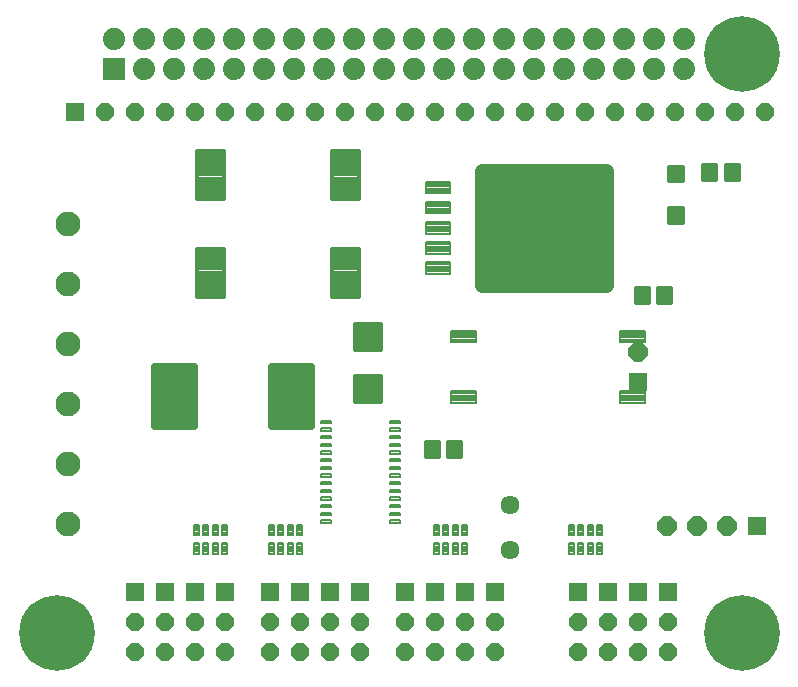
<source format=gbr>
G04 EAGLE Gerber X2 export*
%TF.Part,Single*%
%TF.FileFunction,Soldermask,Top,1*%
%TF.FilePolarity,Negative*%
%TF.GenerationSoftware,Autodesk,EAGLE,9.1.0*%
%TF.CreationDate,2018-10-24T11:49:30Z*%
G75*
%MOMM*%
%FSLAX34Y34*%
%LPD*%
%AMOC8*
5,1,8,0,0,1.08239X$1,22.5*%
G01*
%ADD10C,0.350222*%
%ADD11C,1.090159*%
%ADD12C,0.210309*%
%ADD13R,1.625600X1.625600*%
%ADD14P,1.759533X8X202.500000*%
%ADD15C,0.474191*%
%ADD16C,3.101600*%
%ADD17R,1.879600X1.879600*%
%ADD18C,1.879600*%
%ADD19C,6.400000*%
%ADD20C,2.101600*%
%ADD21C,0.256253*%
%ADD22C,0.238272*%
%ADD23R,1.509600X1.509600*%
%ADD24P,1.633976X8X292.500000*%
%ADD25C,0.204544*%
%ADD26C,0.203200*%
%ADD27P,1.633976X8X22.500000*%
%ADD28C,0.364222*%
%ADD29C,1.609600*%
%ADD30P,1.759533X8X112.500000*%


D10*
X287693Y274768D02*
X287693Y296282D01*
X309207Y296282D01*
X309207Y274768D01*
X287693Y274768D01*
X287693Y278095D02*
X309207Y278095D01*
X309207Y281422D02*
X287693Y281422D01*
X287693Y284749D02*
X309207Y284749D01*
X309207Y288076D02*
X287693Y288076D01*
X287693Y291403D02*
X309207Y291403D01*
X309207Y294730D02*
X287693Y294730D01*
X287693Y252282D02*
X287693Y230768D01*
X287693Y252282D02*
X309207Y252282D01*
X309207Y230768D01*
X287693Y230768D01*
X287693Y234095D02*
X309207Y234095D01*
X309207Y237422D02*
X287693Y237422D01*
X287693Y240749D02*
X309207Y240749D01*
X309207Y244076D02*
X287693Y244076D01*
X287693Y247403D02*
X309207Y247403D01*
X309207Y250730D02*
X287693Y250730D01*
D11*
X394218Y328768D02*
X394218Y426882D01*
X501132Y426882D01*
X501132Y328768D01*
X394218Y328768D01*
X394218Y339125D02*
X501132Y339125D01*
X501132Y349482D02*
X394218Y349482D01*
X394218Y359839D02*
X501132Y359839D01*
X501132Y370196D02*
X394218Y370196D01*
X394218Y380553D02*
X501132Y380553D01*
X501132Y390910D02*
X394218Y390910D01*
X394218Y401267D02*
X501132Y401267D01*
X501132Y411624D02*
X394218Y411624D01*
X394218Y421981D02*
X501132Y421981D01*
D12*
X347761Y416652D02*
X347761Y407070D01*
X347761Y416652D02*
X368265Y416652D01*
X368265Y407070D01*
X347761Y407070D01*
X347761Y409068D02*
X368265Y409068D01*
X368265Y411066D02*
X347761Y411066D01*
X347761Y413064D02*
X368265Y413064D01*
X368265Y415062D02*
X347761Y415062D01*
X347761Y399634D02*
X347761Y390052D01*
X347761Y399634D02*
X368265Y399634D01*
X368265Y390052D01*
X347761Y390052D01*
X347761Y392050D02*
X368265Y392050D01*
X368265Y394048D02*
X347761Y394048D01*
X347761Y396046D02*
X368265Y396046D01*
X368265Y398044D02*
X347761Y398044D01*
X347761Y382616D02*
X347761Y373034D01*
X347761Y382616D02*
X368265Y382616D01*
X368265Y373034D01*
X347761Y373034D01*
X347761Y375032D02*
X368265Y375032D01*
X368265Y377030D02*
X347761Y377030D01*
X347761Y379028D02*
X368265Y379028D01*
X368265Y381026D02*
X347761Y381026D01*
X347761Y365598D02*
X347761Y356016D01*
X347761Y365598D02*
X368265Y365598D01*
X368265Y356016D01*
X347761Y356016D01*
X347761Y358014D02*
X368265Y358014D01*
X368265Y360012D02*
X347761Y360012D01*
X347761Y362010D02*
X368265Y362010D01*
X368265Y364008D02*
X347761Y364008D01*
X347761Y348580D02*
X347761Y338998D01*
X347761Y348580D02*
X368265Y348580D01*
X368265Y338998D01*
X347761Y338998D01*
X347761Y340996D02*
X368265Y340996D01*
X368265Y342994D02*
X347761Y342994D01*
X347761Y344992D02*
X368265Y344992D01*
X368265Y346990D02*
X347761Y346990D01*
D13*
X628015Y125095D03*
D14*
X602615Y125095D03*
X577215Y125095D03*
X551815Y125095D03*
D15*
X151787Y209313D02*
X117013Y209313D01*
X117013Y260587D01*
X151787Y260587D01*
X151787Y209313D01*
X151787Y213818D02*
X117013Y213818D01*
X117013Y218323D02*
X151787Y218323D01*
X151787Y222828D02*
X117013Y222828D01*
X117013Y227333D02*
X151787Y227333D01*
X151787Y231838D02*
X117013Y231838D01*
X117013Y236343D02*
X151787Y236343D01*
X151787Y240848D02*
X117013Y240848D01*
X117013Y245353D02*
X151787Y245353D01*
X151787Y249858D02*
X117013Y249858D01*
X117013Y254363D02*
X151787Y254363D01*
X151787Y258868D02*
X117013Y258868D01*
X216513Y209313D02*
X251287Y209313D01*
X216513Y209313D02*
X216513Y260587D01*
X251287Y260587D01*
X251287Y209313D01*
X251287Y213818D02*
X216513Y213818D01*
X216513Y218323D02*
X251287Y218323D01*
X251287Y222828D02*
X216513Y222828D01*
X216513Y227333D02*
X251287Y227333D01*
X251287Y231838D02*
X216513Y231838D01*
X216513Y236343D02*
X251287Y236343D01*
X251287Y240848D02*
X216513Y240848D01*
X216513Y245353D02*
X251287Y245353D01*
X251287Y249858D02*
X216513Y249858D01*
X216513Y254363D02*
X251287Y254363D01*
X251287Y258868D02*
X216513Y258868D01*
D16*
X35000Y35000D03*
X615000Y35000D03*
X615000Y525000D03*
D17*
X83700Y512300D03*
D18*
X83700Y537700D03*
X109100Y512300D03*
X109100Y537700D03*
X134500Y512300D03*
X134500Y537700D03*
X159900Y512300D03*
X159900Y537700D03*
X185300Y512300D03*
X185300Y537700D03*
X210700Y512300D03*
X210700Y537700D03*
X236100Y512300D03*
X236100Y537700D03*
X261500Y512300D03*
X261500Y537700D03*
X286900Y512300D03*
X286900Y537700D03*
X312300Y512300D03*
X312300Y537700D03*
X337700Y512300D03*
X337700Y537700D03*
X363100Y512300D03*
X363100Y537700D03*
X388500Y512300D03*
X388500Y537700D03*
X413900Y512300D03*
X413900Y537700D03*
X439300Y512300D03*
X439300Y537700D03*
X464700Y512300D03*
X464700Y537700D03*
X490100Y512300D03*
X490100Y537700D03*
X515500Y512300D03*
X515500Y537700D03*
X540900Y512300D03*
X540900Y537700D03*
X566300Y512300D03*
X566300Y537700D03*
D19*
X615000Y525000D03*
X35000Y35000D03*
X615000Y35000D03*
D20*
X44200Y228389D03*
X44200Y279189D03*
D12*
X368971Y281234D02*
X389729Y281234D01*
X368971Y281234D02*
X368971Y290816D01*
X389729Y290816D01*
X389729Y281234D01*
X389729Y283232D02*
X368971Y283232D01*
X368971Y285230D02*
X389729Y285230D01*
X389729Y287228D02*
X368971Y287228D01*
X368971Y289226D02*
X389729Y289226D01*
X511971Y281234D02*
X532729Y281234D01*
X511971Y281234D02*
X511971Y290816D01*
X532729Y290816D01*
X532729Y281234D01*
X532729Y283232D02*
X511971Y283232D01*
X511971Y285230D02*
X532729Y285230D01*
X532729Y287228D02*
X511971Y287228D01*
X511971Y289226D02*
X532729Y289226D01*
X389729Y229884D02*
X368971Y229884D01*
X368971Y239466D01*
X389729Y239466D01*
X389729Y229884D01*
X389729Y231882D02*
X368971Y231882D01*
X368971Y233880D02*
X389729Y233880D01*
X389729Y235878D02*
X368971Y235878D01*
X368971Y237876D02*
X389729Y237876D01*
X511971Y229884D02*
X532729Y229884D01*
X511971Y229884D02*
X511971Y239466D01*
X532729Y239466D01*
X532729Y229884D01*
X532729Y231882D02*
X511971Y231882D01*
X511971Y233880D02*
X532729Y233880D01*
X532729Y235878D02*
X511971Y235878D01*
X511971Y237876D02*
X532729Y237876D01*
D21*
X552073Y395627D02*
X565527Y395627D01*
X565527Y382173D01*
X552073Y382173D01*
X552073Y395627D01*
X552073Y384608D02*
X565527Y384608D01*
X565527Y387043D02*
X552073Y387043D01*
X552073Y389478D02*
X565527Y389478D01*
X565527Y391913D02*
X552073Y391913D01*
X552073Y394348D02*
X565527Y394348D01*
X565527Y430627D02*
X552073Y430627D01*
X565527Y430627D02*
X565527Y417173D01*
X552073Y417173D01*
X552073Y430627D01*
X552073Y419608D02*
X565527Y419608D01*
X565527Y422043D02*
X552073Y422043D01*
X552073Y424478D02*
X565527Y424478D01*
X565527Y426913D02*
X552073Y426913D01*
X552073Y429348D02*
X565527Y429348D01*
D22*
X581583Y418633D02*
X593217Y418633D01*
X581583Y418633D02*
X581583Y432267D01*
X593217Y432267D01*
X593217Y418633D01*
X593217Y420897D02*
X581583Y420897D01*
X581583Y423161D02*
X593217Y423161D01*
X593217Y425425D02*
X581583Y425425D01*
X581583Y427689D02*
X593217Y427689D01*
X593217Y429953D02*
X581583Y429953D01*
X581583Y432217D02*
X593217Y432217D01*
X600583Y418633D02*
X612217Y418633D01*
X600583Y418633D02*
X600583Y432267D01*
X612217Y432267D01*
X612217Y418633D01*
X612217Y420897D02*
X600583Y420897D01*
X600583Y423161D02*
X612217Y423161D01*
X612217Y425425D02*
X600583Y425425D01*
X600583Y427689D02*
X612217Y427689D01*
X612217Y429953D02*
X600583Y429953D01*
X600583Y432217D02*
X612217Y432217D01*
X555067Y327492D02*
X543433Y327492D01*
X555067Y327492D02*
X555067Y313858D01*
X543433Y313858D01*
X543433Y327492D01*
X543433Y316122D02*
X555067Y316122D01*
X555067Y318386D02*
X543433Y318386D01*
X543433Y320650D02*
X555067Y320650D01*
X555067Y322914D02*
X543433Y322914D01*
X543433Y325178D02*
X555067Y325178D01*
X555067Y327442D02*
X543433Y327442D01*
X536067Y327492D02*
X524433Y327492D01*
X536067Y327492D02*
X536067Y313858D01*
X524433Y313858D01*
X524433Y327492D01*
X524433Y316122D02*
X536067Y316122D01*
X536067Y318386D02*
X524433Y318386D01*
X524433Y320650D02*
X536067Y320650D01*
X536067Y322914D02*
X524433Y322914D01*
X524433Y325178D02*
X536067Y325178D01*
X536067Y327442D02*
X524433Y327442D01*
D20*
X44200Y126789D03*
X44200Y177589D03*
D23*
X101600Y69850D03*
D24*
X101600Y44450D03*
X101600Y19050D03*
D23*
X127000Y69850D03*
D24*
X127000Y44450D03*
X127000Y19050D03*
D23*
X152400Y69850D03*
D24*
X152400Y44450D03*
X152400Y19050D03*
D23*
X177800Y69850D03*
D24*
X177800Y44450D03*
X177800Y19050D03*
D23*
X215900Y69850D03*
D24*
X215900Y44450D03*
X215900Y19050D03*
D23*
X241300Y69850D03*
D24*
X241300Y44450D03*
X241300Y19050D03*
D23*
X266700Y69850D03*
D24*
X266700Y44450D03*
X266700Y19050D03*
D23*
X292100Y69850D03*
D24*
X292100Y44450D03*
X292100Y19050D03*
D23*
X330200Y69850D03*
D24*
X330200Y44450D03*
X330200Y19050D03*
D23*
X355600Y69850D03*
D24*
X355600Y44450D03*
X355600Y19050D03*
D23*
X381000Y69850D03*
D24*
X381000Y44450D03*
X381000Y19050D03*
D23*
X406400Y69850D03*
D24*
X406400Y44450D03*
X406400Y19050D03*
D23*
X476250Y69850D03*
D24*
X476250Y44450D03*
X476250Y19050D03*
D23*
X501650Y69850D03*
D24*
X501650Y44450D03*
X501650Y19050D03*
D23*
X527050Y69850D03*
D24*
X527050Y44450D03*
X527050Y19050D03*
D23*
X552450Y69850D03*
D24*
X552450Y44450D03*
X552450Y19050D03*
D25*
X179086Y126461D02*
X175114Y126461D01*
X179086Y126461D02*
X179086Y117815D01*
X175114Y117815D01*
X175114Y126461D01*
X175114Y119758D02*
X179086Y119758D01*
X179086Y121701D02*
X175114Y121701D01*
X175114Y123644D02*
X179086Y123644D01*
X179086Y125587D02*
X175114Y125587D01*
X171086Y126461D02*
X167114Y126461D01*
X171086Y126461D02*
X171086Y117815D01*
X167114Y117815D01*
X167114Y126461D01*
X167114Y119758D02*
X171086Y119758D01*
X171086Y121701D02*
X167114Y121701D01*
X167114Y123644D02*
X171086Y123644D01*
X171086Y125587D02*
X167114Y125587D01*
X163086Y126461D02*
X159114Y126461D01*
X163086Y126461D02*
X163086Y117815D01*
X159114Y117815D01*
X159114Y126461D01*
X159114Y119758D02*
X163086Y119758D01*
X163086Y121701D02*
X159114Y121701D01*
X159114Y123644D02*
X163086Y123644D01*
X163086Y125587D02*
X159114Y125587D01*
X155086Y126461D02*
X151114Y126461D01*
X155086Y126461D02*
X155086Y117815D01*
X151114Y117815D01*
X151114Y126461D01*
X151114Y119758D02*
X155086Y119758D01*
X155086Y121701D02*
X151114Y121701D01*
X151114Y123644D02*
X155086Y123644D01*
X155086Y125587D02*
X151114Y125587D01*
X151114Y110786D02*
X155086Y110786D01*
X155086Y102140D01*
X151114Y102140D01*
X151114Y110786D01*
X151114Y104083D02*
X155086Y104083D01*
X155086Y106026D02*
X151114Y106026D01*
X151114Y107969D02*
X155086Y107969D01*
X155086Y109912D02*
X151114Y109912D01*
X159114Y110786D02*
X163086Y110786D01*
X163086Y102140D01*
X159114Y102140D01*
X159114Y110786D01*
X159114Y104083D02*
X163086Y104083D01*
X163086Y106026D02*
X159114Y106026D01*
X159114Y107969D02*
X163086Y107969D01*
X163086Y109912D02*
X159114Y109912D01*
X167114Y110786D02*
X171086Y110786D01*
X171086Y102140D01*
X167114Y102140D01*
X167114Y110786D01*
X167114Y104083D02*
X171086Y104083D01*
X171086Y106026D02*
X167114Y106026D01*
X167114Y107969D02*
X171086Y107969D01*
X171086Y109912D02*
X167114Y109912D01*
X175114Y110786D02*
X179086Y110786D01*
X179086Y102140D01*
X175114Y102140D01*
X175114Y110786D01*
X175114Y104083D02*
X179086Y104083D01*
X179086Y106026D02*
X175114Y106026D01*
X175114Y107969D02*
X179086Y107969D01*
X179086Y109912D02*
X175114Y109912D01*
X238614Y126461D02*
X242586Y126461D01*
X242586Y117815D01*
X238614Y117815D01*
X238614Y126461D01*
X238614Y119758D02*
X242586Y119758D01*
X242586Y121701D02*
X238614Y121701D01*
X238614Y123644D02*
X242586Y123644D01*
X242586Y125587D02*
X238614Y125587D01*
X234586Y126461D02*
X230614Y126461D01*
X234586Y126461D02*
X234586Y117815D01*
X230614Y117815D01*
X230614Y126461D01*
X230614Y119758D02*
X234586Y119758D01*
X234586Y121701D02*
X230614Y121701D01*
X230614Y123644D02*
X234586Y123644D01*
X234586Y125587D02*
X230614Y125587D01*
X226586Y126461D02*
X222614Y126461D01*
X226586Y126461D02*
X226586Y117815D01*
X222614Y117815D01*
X222614Y126461D01*
X222614Y119758D02*
X226586Y119758D01*
X226586Y121701D02*
X222614Y121701D01*
X222614Y123644D02*
X226586Y123644D01*
X226586Y125587D02*
X222614Y125587D01*
X218586Y126461D02*
X214614Y126461D01*
X218586Y126461D02*
X218586Y117815D01*
X214614Y117815D01*
X214614Y126461D01*
X214614Y119758D02*
X218586Y119758D01*
X218586Y121701D02*
X214614Y121701D01*
X214614Y123644D02*
X218586Y123644D01*
X218586Y125587D02*
X214614Y125587D01*
X214614Y110786D02*
X218586Y110786D01*
X218586Y102140D01*
X214614Y102140D01*
X214614Y110786D01*
X214614Y104083D02*
X218586Y104083D01*
X218586Y106026D02*
X214614Y106026D01*
X214614Y107969D02*
X218586Y107969D01*
X218586Y109912D02*
X214614Y109912D01*
X222614Y110786D02*
X226586Y110786D01*
X226586Y102140D01*
X222614Y102140D01*
X222614Y110786D01*
X222614Y104083D02*
X226586Y104083D01*
X226586Y106026D02*
X222614Y106026D01*
X222614Y107969D02*
X226586Y107969D01*
X226586Y109912D02*
X222614Y109912D01*
X230614Y110786D02*
X234586Y110786D01*
X234586Y102140D01*
X230614Y102140D01*
X230614Y110786D01*
X230614Y104083D02*
X234586Y104083D01*
X234586Y106026D02*
X230614Y106026D01*
X230614Y107969D02*
X234586Y107969D01*
X234586Y109912D02*
X230614Y109912D01*
X238614Y110786D02*
X242586Y110786D01*
X242586Y102140D01*
X238614Y102140D01*
X238614Y110786D01*
X238614Y104083D02*
X242586Y104083D01*
X242586Y106026D02*
X238614Y106026D01*
X238614Y107969D02*
X242586Y107969D01*
X242586Y109912D02*
X238614Y109912D01*
X378314Y126461D02*
X382286Y126461D01*
X382286Y117815D01*
X378314Y117815D01*
X378314Y126461D01*
X378314Y119758D02*
X382286Y119758D01*
X382286Y121701D02*
X378314Y121701D01*
X378314Y123644D02*
X382286Y123644D01*
X382286Y125587D02*
X378314Y125587D01*
X374286Y126461D02*
X370314Y126461D01*
X374286Y126461D02*
X374286Y117815D01*
X370314Y117815D01*
X370314Y126461D01*
X370314Y119758D02*
X374286Y119758D01*
X374286Y121701D02*
X370314Y121701D01*
X370314Y123644D02*
X374286Y123644D01*
X374286Y125587D02*
X370314Y125587D01*
X366286Y126461D02*
X362314Y126461D01*
X366286Y126461D02*
X366286Y117815D01*
X362314Y117815D01*
X362314Y126461D01*
X362314Y119758D02*
X366286Y119758D01*
X366286Y121701D02*
X362314Y121701D01*
X362314Y123644D02*
X366286Y123644D01*
X366286Y125587D02*
X362314Y125587D01*
X358286Y126461D02*
X354314Y126461D01*
X358286Y126461D02*
X358286Y117815D01*
X354314Y117815D01*
X354314Y126461D01*
X354314Y119758D02*
X358286Y119758D01*
X358286Y121701D02*
X354314Y121701D01*
X354314Y123644D02*
X358286Y123644D01*
X358286Y125587D02*
X354314Y125587D01*
X354314Y110786D02*
X358286Y110786D01*
X358286Y102140D01*
X354314Y102140D01*
X354314Y110786D01*
X354314Y104083D02*
X358286Y104083D01*
X358286Y106026D02*
X354314Y106026D01*
X354314Y107969D02*
X358286Y107969D01*
X358286Y109912D02*
X354314Y109912D01*
X362314Y110786D02*
X366286Y110786D01*
X366286Y102140D01*
X362314Y102140D01*
X362314Y110786D01*
X362314Y104083D02*
X366286Y104083D01*
X366286Y106026D02*
X362314Y106026D01*
X362314Y107969D02*
X366286Y107969D01*
X366286Y109912D02*
X362314Y109912D01*
X370314Y110786D02*
X374286Y110786D01*
X374286Y102140D01*
X370314Y102140D01*
X370314Y110786D01*
X370314Y104083D02*
X374286Y104083D01*
X374286Y106026D02*
X370314Y106026D01*
X370314Y107969D02*
X374286Y107969D01*
X374286Y109912D02*
X370314Y109912D01*
X378314Y110786D02*
X382286Y110786D01*
X382286Y102140D01*
X378314Y102140D01*
X378314Y110786D01*
X378314Y104083D02*
X382286Y104083D01*
X382286Y106026D02*
X378314Y106026D01*
X378314Y107969D02*
X382286Y107969D01*
X382286Y109912D02*
X378314Y109912D01*
X492614Y126461D02*
X496586Y126461D01*
X496586Y117815D01*
X492614Y117815D01*
X492614Y126461D01*
X492614Y119758D02*
X496586Y119758D01*
X496586Y121701D02*
X492614Y121701D01*
X492614Y123644D02*
X496586Y123644D01*
X496586Y125587D02*
X492614Y125587D01*
X488586Y126461D02*
X484614Y126461D01*
X488586Y126461D02*
X488586Y117815D01*
X484614Y117815D01*
X484614Y126461D01*
X484614Y119758D02*
X488586Y119758D01*
X488586Y121701D02*
X484614Y121701D01*
X484614Y123644D02*
X488586Y123644D01*
X488586Y125587D02*
X484614Y125587D01*
X480586Y126461D02*
X476614Y126461D01*
X480586Y126461D02*
X480586Y117815D01*
X476614Y117815D01*
X476614Y126461D01*
X476614Y119758D02*
X480586Y119758D01*
X480586Y121701D02*
X476614Y121701D01*
X476614Y123644D02*
X480586Y123644D01*
X480586Y125587D02*
X476614Y125587D01*
X472586Y126461D02*
X468614Y126461D01*
X472586Y126461D02*
X472586Y117815D01*
X468614Y117815D01*
X468614Y126461D01*
X468614Y119758D02*
X472586Y119758D01*
X472586Y121701D02*
X468614Y121701D01*
X468614Y123644D02*
X472586Y123644D01*
X472586Y125587D02*
X468614Y125587D01*
X468614Y110786D02*
X472586Y110786D01*
X472586Y102140D01*
X468614Y102140D01*
X468614Y110786D01*
X468614Y104083D02*
X472586Y104083D01*
X472586Y106026D02*
X468614Y106026D01*
X468614Y107969D02*
X472586Y107969D01*
X472586Y109912D02*
X468614Y109912D01*
X476614Y110786D02*
X480586Y110786D01*
X480586Y102140D01*
X476614Y102140D01*
X476614Y110786D01*
X476614Y104083D02*
X480586Y104083D01*
X480586Y106026D02*
X476614Y106026D01*
X476614Y107969D02*
X480586Y107969D01*
X480586Y109912D02*
X476614Y109912D01*
X484614Y110786D02*
X488586Y110786D01*
X488586Y102140D01*
X484614Y102140D01*
X484614Y110786D01*
X484614Y104083D02*
X488586Y104083D01*
X488586Y106026D02*
X484614Y106026D01*
X484614Y107969D02*
X488586Y107969D01*
X488586Y109912D02*
X484614Y109912D01*
X492614Y110786D02*
X496586Y110786D01*
X496586Y102140D01*
X492614Y102140D01*
X492614Y110786D01*
X492614Y104083D02*
X496586Y104083D01*
X496586Y106026D02*
X492614Y106026D01*
X492614Y107969D02*
X496586Y107969D01*
X496586Y109912D02*
X492614Y109912D01*
D26*
X258477Y212684D02*
X258477Y214716D01*
X267367Y214716D01*
X267367Y212684D01*
X258477Y212684D01*
X258477Y214614D02*
X267367Y214614D01*
X258477Y208216D02*
X258477Y206184D01*
X258477Y208216D02*
X267367Y208216D01*
X267367Y206184D01*
X258477Y206184D01*
X258477Y208114D02*
X267367Y208114D01*
X258477Y201716D02*
X258477Y199684D01*
X258477Y201716D02*
X267367Y201716D01*
X267367Y199684D01*
X258477Y199684D01*
X258477Y201614D02*
X267367Y201614D01*
X258477Y195216D02*
X258477Y193184D01*
X258477Y195216D02*
X267367Y195216D01*
X267367Y193184D01*
X258477Y193184D01*
X258477Y195114D02*
X267367Y195114D01*
X258477Y188716D02*
X258477Y186684D01*
X258477Y188716D02*
X267367Y188716D01*
X267367Y186684D01*
X258477Y186684D01*
X258477Y188614D02*
X267367Y188614D01*
X258477Y182216D02*
X258477Y180184D01*
X258477Y182216D02*
X267367Y182216D01*
X267367Y180184D01*
X258477Y180184D01*
X258477Y182114D02*
X267367Y182114D01*
X258477Y175716D02*
X258477Y173684D01*
X258477Y175716D02*
X267367Y175716D01*
X267367Y173684D01*
X258477Y173684D01*
X258477Y175614D02*
X267367Y175614D01*
X258477Y169216D02*
X258477Y167184D01*
X258477Y169216D02*
X267367Y169216D01*
X267367Y167184D01*
X258477Y167184D01*
X258477Y169114D02*
X267367Y169114D01*
X316833Y169216D02*
X316833Y167184D01*
X316833Y169216D02*
X325723Y169216D01*
X325723Y167184D01*
X316833Y167184D01*
X316833Y169114D02*
X325723Y169114D01*
X316833Y173684D02*
X316833Y175716D01*
X325723Y175716D01*
X325723Y173684D01*
X316833Y173684D01*
X316833Y175614D02*
X325723Y175614D01*
X316833Y180184D02*
X316833Y182216D01*
X325723Y182216D01*
X325723Y180184D01*
X316833Y180184D01*
X316833Y182114D02*
X325723Y182114D01*
X316833Y186684D02*
X316833Y188716D01*
X325723Y188716D01*
X325723Y186684D01*
X316833Y186684D01*
X316833Y188614D02*
X325723Y188614D01*
X316833Y193184D02*
X316833Y195216D01*
X325723Y195216D01*
X325723Y193184D01*
X316833Y193184D01*
X316833Y195114D02*
X325723Y195114D01*
X316833Y199684D02*
X316833Y201716D01*
X325723Y201716D01*
X325723Y199684D01*
X316833Y199684D01*
X316833Y201614D02*
X325723Y201614D01*
X316833Y206184D02*
X316833Y208216D01*
X325723Y208216D01*
X325723Y206184D01*
X316833Y206184D01*
X316833Y208114D02*
X325723Y208114D01*
X316833Y212684D02*
X316833Y214716D01*
X325723Y214716D01*
X325723Y212684D01*
X316833Y212684D01*
X316833Y214614D02*
X325723Y214614D01*
X258477Y162716D02*
X258477Y160684D01*
X258477Y162716D02*
X267367Y162716D01*
X267367Y160684D01*
X258477Y160684D01*
X258477Y162614D02*
X267367Y162614D01*
X258477Y156216D02*
X258477Y154184D01*
X258477Y156216D02*
X267367Y156216D01*
X267367Y154184D01*
X258477Y154184D01*
X258477Y156114D02*
X267367Y156114D01*
X316833Y160684D02*
X316833Y162716D01*
X325723Y162716D01*
X325723Y160684D01*
X316833Y160684D01*
X316833Y162614D02*
X325723Y162614D01*
X316833Y156216D02*
X316833Y154184D01*
X316833Y156216D02*
X325723Y156216D01*
X325723Y154184D01*
X316833Y154184D01*
X316833Y156114D02*
X325723Y156114D01*
X258477Y149716D02*
X258477Y147684D01*
X258477Y149716D02*
X267367Y149716D01*
X267367Y147684D01*
X258477Y147684D01*
X258477Y149614D02*
X267367Y149614D01*
X258477Y143216D02*
X258477Y141184D01*
X258477Y143216D02*
X267367Y143216D01*
X267367Y141184D01*
X258477Y141184D01*
X258477Y143114D02*
X267367Y143114D01*
X258477Y136716D02*
X258477Y134684D01*
X258477Y136716D02*
X267367Y136716D01*
X267367Y134684D01*
X258477Y134684D01*
X258477Y136614D02*
X267367Y136614D01*
X258477Y130216D02*
X258477Y128184D01*
X258477Y130216D02*
X267367Y130216D01*
X267367Y128184D01*
X258477Y128184D01*
X258477Y130114D02*
X267367Y130114D01*
X316833Y130216D02*
X316833Y128184D01*
X316833Y130216D02*
X325723Y130216D01*
X325723Y128184D01*
X316833Y128184D01*
X316833Y130114D02*
X325723Y130114D01*
X316833Y134684D02*
X316833Y136716D01*
X325723Y136716D01*
X325723Y134684D01*
X316833Y134684D01*
X316833Y136614D02*
X325723Y136614D01*
X316833Y141184D02*
X316833Y143216D01*
X325723Y143216D01*
X325723Y141184D01*
X316833Y141184D01*
X316833Y143114D02*
X325723Y143114D01*
X316833Y147684D02*
X316833Y149716D01*
X325723Y149716D01*
X325723Y147684D01*
X316833Y147684D01*
X316833Y149614D02*
X325723Y149614D01*
D22*
X365633Y197317D02*
X377267Y197317D01*
X377267Y183683D01*
X365633Y183683D01*
X365633Y197317D01*
X365633Y185947D02*
X377267Y185947D01*
X377267Y188211D02*
X365633Y188211D01*
X365633Y190475D02*
X377267Y190475D01*
X377267Y192739D02*
X365633Y192739D01*
X365633Y195003D02*
X377267Y195003D01*
X377267Y197267D02*
X365633Y197267D01*
X358267Y197317D02*
X346633Y197317D01*
X358267Y197317D02*
X358267Y183683D01*
X346633Y183683D01*
X346633Y197317D01*
X346633Y185947D02*
X358267Y185947D01*
X358267Y188211D02*
X346633Y188211D01*
X346633Y190475D02*
X358267Y190475D01*
X358267Y192739D02*
X346633Y192739D01*
X346633Y195003D02*
X358267Y195003D01*
X358267Y197267D02*
X346633Y197267D01*
D23*
X50800Y476250D03*
D27*
X76200Y476250D03*
X101600Y476250D03*
X127000Y476250D03*
X152400Y476250D03*
X177800Y476250D03*
X203200Y476250D03*
X228600Y476250D03*
X254000Y476250D03*
X279400Y476250D03*
X304800Y476250D03*
X330200Y476250D03*
X355600Y476250D03*
X381000Y476250D03*
X406400Y476250D03*
X431800Y476250D03*
X457200Y476250D03*
X482600Y476250D03*
X508000Y476250D03*
X533400Y476250D03*
X558800Y476250D03*
X584200Y476250D03*
X609600Y476250D03*
X635000Y476250D03*
D28*
X290587Y442687D02*
X290587Y402313D01*
X268213Y402313D01*
X268213Y442687D01*
X290587Y442687D01*
X290587Y405773D02*
X268213Y405773D01*
X268213Y409233D02*
X290587Y409233D01*
X290587Y412693D02*
X268213Y412693D01*
X268213Y416153D02*
X290587Y416153D01*
X290587Y419613D02*
X268213Y419613D01*
X268213Y423073D02*
X290587Y423073D01*
X290587Y426533D02*
X268213Y426533D01*
X268213Y429993D02*
X290587Y429993D01*
X290587Y433453D02*
X268213Y433453D01*
X268213Y436913D02*
X290587Y436913D01*
X290587Y440373D02*
X268213Y440373D01*
X290587Y359687D02*
X290587Y319313D01*
X268213Y319313D01*
X268213Y359687D01*
X290587Y359687D01*
X290587Y322773D02*
X268213Y322773D01*
X268213Y326233D02*
X290587Y326233D01*
X290587Y329693D02*
X268213Y329693D01*
X268213Y333153D02*
X290587Y333153D01*
X290587Y336613D02*
X268213Y336613D01*
X268213Y340073D02*
X290587Y340073D01*
X290587Y343533D02*
X268213Y343533D01*
X268213Y346993D02*
X290587Y346993D01*
X290587Y350453D02*
X268213Y350453D01*
X268213Y353913D02*
X290587Y353913D01*
X290587Y357373D02*
X268213Y357373D01*
D29*
X419100Y104775D03*
X419100Y142875D03*
D13*
X527050Y247650D03*
D30*
X527050Y273050D03*
D28*
X176287Y402313D02*
X176287Y442687D01*
X176287Y402313D02*
X153913Y402313D01*
X153913Y442687D01*
X176287Y442687D01*
X176287Y405773D02*
X153913Y405773D01*
X153913Y409233D02*
X176287Y409233D01*
X176287Y412693D02*
X153913Y412693D01*
X153913Y416153D02*
X176287Y416153D01*
X176287Y419613D02*
X153913Y419613D01*
X153913Y423073D02*
X176287Y423073D01*
X176287Y426533D02*
X153913Y426533D01*
X153913Y429993D02*
X176287Y429993D01*
X176287Y433453D02*
X153913Y433453D01*
X153913Y436913D02*
X176287Y436913D01*
X176287Y440373D02*
X153913Y440373D01*
X176287Y359687D02*
X176287Y319313D01*
X153913Y319313D01*
X153913Y359687D01*
X176287Y359687D01*
X176287Y322773D02*
X153913Y322773D01*
X153913Y326233D02*
X176287Y326233D01*
X176287Y329693D02*
X153913Y329693D01*
X153913Y333153D02*
X176287Y333153D01*
X176287Y336613D02*
X153913Y336613D01*
X153913Y340073D02*
X176287Y340073D01*
X176287Y343533D02*
X153913Y343533D01*
X153913Y346993D02*
X176287Y346993D01*
X176287Y350453D02*
X153913Y350453D01*
X153913Y353913D02*
X176287Y353913D01*
X176287Y357373D02*
X153913Y357373D01*
D20*
X44200Y329989D03*
X44200Y380789D03*
M02*

</source>
